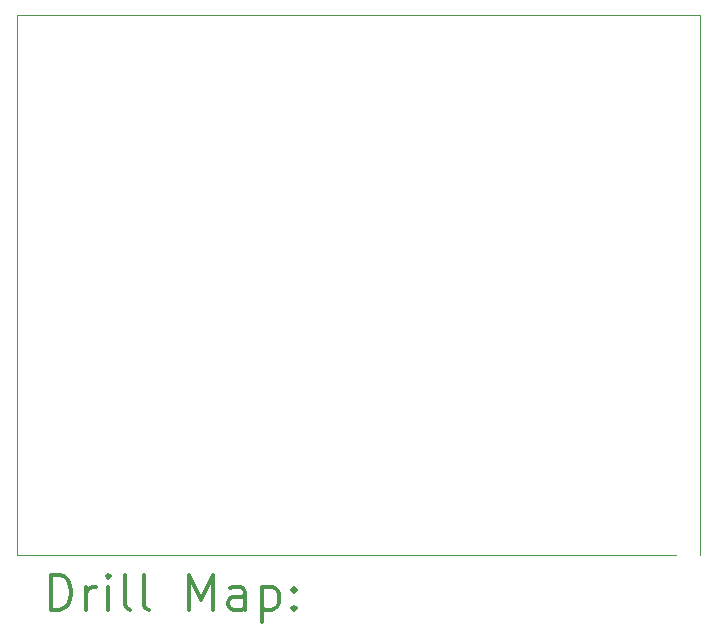
<source format=gbr>
%FSLAX45Y45*%
G04 Gerber Fmt 4.5, Leading zero omitted, Abs format (unit mm)*
G04 Created by KiCad (PCBNEW (5.1.2)-1) date 2020-02-06 13:28:47*
%MOMM*%
%LPD*%
G04 APERTURE LIST*
%ADD10C,0.050000*%
%ADD11C,0.200000*%
%ADD12C,0.300000*%
G04 APERTURE END LIST*
D10*
X5892800Y-7734300D02*
X5892800Y-3162300D01*
X11468100Y-7734300D02*
X5892800Y-7734300D01*
X11671300Y-3162300D02*
X11671300Y-7734300D01*
X5892800Y-3162300D02*
X11671300Y-3162300D01*
D11*
D12*
X6176728Y-8202514D02*
X6176728Y-7902514D01*
X6248157Y-7902514D01*
X6291014Y-7916800D01*
X6319586Y-7945371D01*
X6333871Y-7973943D01*
X6348157Y-8031086D01*
X6348157Y-8073943D01*
X6333871Y-8131086D01*
X6319586Y-8159657D01*
X6291014Y-8188229D01*
X6248157Y-8202514D01*
X6176728Y-8202514D01*
X6476728Y-8202514D02*
X6476728Y-8002514D01*
X6476728Y-8059657D02*
X6491014Y-8031086D01*
X6505300Y-8016800D01*
X6533871Y-8002514D01*
X6562443Y-8002514D01*
X6662443Y-8202514D02*
X6662443Y-8002514D01*
X6662443Y-7902514D02*
X6648157Y-7916800D01*
X6662443Y-7931086D01*
X6676728Y-7916800D01*
X6662443Y-7902514D01*
X6662443Y-7931086D01*
X6848157Y-8202514D02*
X6819586Y-8188229D01*
X6805300Y-8159657D01*
X6805300Y-7902514D01*
X7005300Y-8202514D02*
X6976728Y-8188229D01*
X6962443Y-8159657D01*
X6962443Y-7902514D01*
X7348157Y-8202514D02*
X7348157Y-7902514D01*
X7448157Y-8116800D01*
X7548157Y-7902514D01*
X7548157Y-8202514D01*
X7819586Y-8202514D02*
X7819586Y-8045371D01*
X7805300Y-8016800D01*
X7776728Y-8002514D01*
X7719586Y-8002514D01*
X7691014Y-8016800D01*
X7819586Y-8188229D02*
X7791014Y-8202514D01*
X7719586Y-8202514D01*
X7691014Y-8188229D01*
X7676728Y-8159657D01*
X7676728Y-8131086D01*
X7691014Y-8102514D01*
X7719586Y-8088229D01*
X7791014Y-8088229D01*
X7819586Y-8073943D01*
X7962443Y-8002514D02*
X7962443Y-8302514D01*
X7962443Y-8016800D02*
X7991014Y-8002514D01*
X8048157Y-8002514D01*
X8076728Y-8016800D01*
X8091014Y-8031086D01*
X8105300Y-8059657D01*
X8105300Y-8145371D01*
X8091014Y-8173943D01*
X8076728Y-8188229D01*
X8048157Y-8202514D01*
X7991014Y-8202514D01*
X7962443Y-8188229D01*
X8233871Y-8173943D02*
X8248157Y-8188229D01*
X8233871Y-8202514D01*
X8219586Y-8188229D01*
X8233871Y-8173943D01*
X8233871Y-8202514D01*
X8233871Y-8016800D02*
X8248157Y-8031086D01*
X8233871Y-8045371D01*
X8219586Y-8031086D01*
X8233871Y-8016800D01*
X8233871Y-8045371D01*
M02*

</source>
